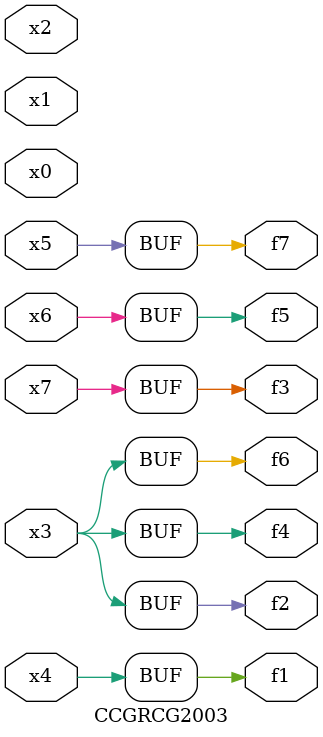
<source format=v>
module CCGRCG2003(
	input x0, x1, x2, x3, x4, x5, x6, x7,
	output f1, f2, f3, f4, f5, f6, f7
);
	assign f1 = x4;
	assign f2 = x3;
	assign f3 = x7;
	assign f4 = x3;
	assign f5 = x6;
	assign f6 = x3;
	assign f7 = x5;
endmodule

</source>
